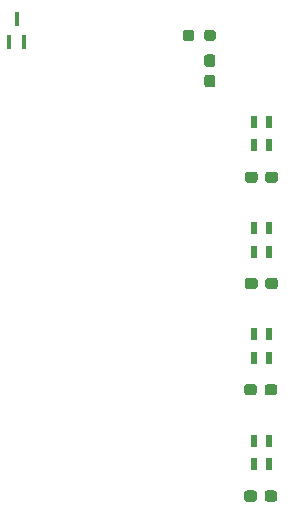
<source format=gbr>
G04 #@! TF.GenerationSoftware,KiCad,Pcbnew,(5.1.7)-1*
G04 #@! TF.CreationDate,2020-12-30T19:43:10-05:00*
G04 #@! TF.ProjectId,snowflake,736e6f77-666c-4616-9b65-2e6b69636164,rev?*
G04 #@! TF.SameCoordinates,Original*
G04 #@! TF.FileFunction,Paste,Top*
G04 #@! TF.FilePolarity,Positive*
%FSLAX46Y46*%
G04 Gerber Fmt 4.6, Leading zero omitted, Abs format (unit mm)*
G04 Created by KiCad (PCBNEW (5.1.7)-1) date 2020-12-30 19:43:10*
%MOMM*%
%LPD*%
G01*
G04 APERTURE LIST*
%ADD10R,0.355600X1.168400*%
%ADD11R,0.600000X1.000000*%
G04 APERTURE END LIST*
G36*
G01*
X224362500Y-89025000D02*
X224837500Y-89025000D01*
G75*
G02*
X225075000Y-89262500I0J-237500D01*
G01*
X225075000Y-89862500D01*
G75*
G02*
X224837500Y-90100000I-237500J0D01*
G01*
X224362500Y-90100000D01*
G75*
G02*
X224125000Y-89862500I0J237500D01*
G01*
X224125000Y-89262500D01*
G75*
G02*
X224362500Y-89025000I237500J0D01*
G01*
G37*
G36*
G01*
X224362500Y-87300000D02*
X224837500Y-87300000D01*
G75*
G02*
X225075000Y-87537500I0J-237500D01*
G01*
X225075000Y-88137500D01*
G75*
G02*
X224837500Y-88375000I-237500J0D01*
G01*
X224362500Y-88375000D01*
G75*
G02*
X224125000Y-88137500I0J237500D01*
G01*
X224125000Y-87537500D01*
G75*
G02*
X224362500Y-87300000I237500J0D01*
G01*
G37*
D10*
X208249999Y-84334800D03*
X208899998Y-86265200D03*
X207600000Y-86265200D03*
G36*
G01*
X223275000Y-85462500D02*
X223275000Y-85937500D01*
G75*
G02*
X223037500Y-86175000I-237500J0D01*
G01*
X222537500Y-86175000D01*
G75*
G02*
X222300000Y-85937500I0J237500D01*
G01*
X222300000Y-85462500D01*
G75*
G02*
X222537500Y-85225000I237500J0D01*
G01*
X223037500Y-85225000D01*
G75*
G02*
X223275000Y-85462500I0J-237500D01*
G01*
G37*
G36*
G01*
X225100000Y-85462500D02*
X225100000Y-85937500D01*
G75*
G02*
X224862500Y-86175000I-237500J0D01*
G01*
X224362500Y-86175000D01*
G75*
G02*
X224125000Y-85937500I0J237500D01*
G01*
X224125000Y-85462500D01*
G75*
G02*
X224362500Y-85225000I237500J0D01*
G01*
X224862500Y-85225000D01*
G75*
G02*
X225100000Y-85462500I0J-237500D01*
G01*
G37*
D11*
X228325000Y-122000000D03*
X229625000Y-122000000D03*
X228325000Y-120000000D03*
X229625000Y-120000000D03*
X228325000Y-113000000D03*
X229625000Y-113000000D03*
X228325000Y-111000000D03*
X229625000Y-111000000D03*
X228325000Y-104000000D03*
X229625000Y-104000000D03*
X228325000Y-102000000D03*
X229625000Y-102000000D03*
X228325000Y-95000000D03*
X229625000Y-95000000D03*
X228325000Y-93000000D03*
X229625000Y-93000000D03*
G36*
G01*
X229237500Y-124937500D02*
X229237500Y-124462500D01*
G75*
G02*
X229475000Y-124225000I237500J0D01*
G01*
X230075000Y-124225000D01*
G75*
G02*
X230312500Y-124462500I0J-237500D01*
G01*
X230312500Y-124937500D01*
G75*
G02*
X230075000Y-125175000I-237500J0D01*
G01*
X229475000Y-125175000D01*
G75*
G02*
X229237500Y-124937500I0J237500D01*
G01*
G37*
G36*
G01*
X227512500Y-124937500D02*
X227512500Y-124462500D01*
G75*
G02*
X227750000Y-124225000I237500J0D01*
G01*
X228350000Y-124225000D01*
G75*
G02*
X228587500Y-124462500I0J-237500D01*
G01*
X228587500Y-124937500D01*
G75*
G02*
X228350000Y-125175000I-237500J0D01*
G01*
X227750000Y-125175000D01*
G75*
G02*
X227512500Y-124937500I0J237500D01*
G01*
G37*
G36*
G01*
X229237500Y-115937500D02*
X229237500Y-115462500D01*
G75*
G02*
X229475000Y-115225000I237500J0D01*
G01*
X230075000Y-115225000D01*
G75*
G02*
X230312500Y-115462500I0J-237500D01*
G01*
X230312500Y-115937500D01*
G75*
G02*
X230075000Y-116175000I-237500J0D01*
G01*
X229475000Y-116175000D01*
G75*
G02*
X229237500Y-115937500I0J237500D01*
G01*
G37*
G36*
G01*
X227512500Y-115937500D02*
X227512500Y-115462500D01*
G75*
G02*
X227750000Y-115225000I237500J0D01*
G01*
X228350000Y-115225000D01*
G75*
G02*
X228587500Y-115462500I0J-237500D01*
G01*
X228587500Y-115937500D01*
G75*
G02*
X228350000Y-116175000I-237500J0D01*
G01*
X227750000Y-116175000D01*
G75*
G02*
X227512500Y-115937500I0J237500D01*
G01*
G37*
G36*
G01*
X229300000Y-106937500D02*
X229300000Y-106462500D01*
G75*
G02*
X229537500Y-106225000I237500J0D01*
G01*
X230137500Y-106225000D01*
G75*
G02*
X230375000Y-106462500I0J-237500D01*
G01*
X230375000Y-106937500D01*
G75*
G02*
X230137500Y-107175000I-237500J0D01*
G01*
X229537500Y-107175000D01*
G75*
G02*
X229300000Y-106937500I0J237500D01*
G01*
G37*
G36*
G01*
X227575000Y-106937500D02*
X227575000Y-106462500D01*
G75*
G02*
X227812500Y-106225000I237500J0D01*
G01*
X228412500Y-106225000D01*
G75*
G02*
X228650000Y-106462500I0J-237500D01*
G01*
X228650000Y-106937500D01*
G75*
G02*
X228412500Y-107175000I-237500J0D01*
G01*
X227812500Y-107175000D01*
G75*
G02*
X227575000Y-106937500I0J237500D01*
G01*
G37*
G36*
G01*
X229300000Y-97937500D02*
X229300000Y-97462500D01*
G75*
G02*
X229537500Y-97225000I237500J0D01*
G01*
X230137500Y-97225000D01*
G75*
G02*
X230375000Y-97462500I0J-237500D01*
G01*
X230375000Y-97937500D01*
G75*
G02*
X230137500Y-98175000I-237500J0D01*
G01*
X229537500Y-98175000D01*
G75*
G02*
X229300000Y-97937500I0J237500D01*
G01*
G37*
G36*
G01*
X227575000Y-97937500D02*
X227575000Y-97462500D01*
G75*
G02*
X227812500Y-97225000I237500J0D01*
G01*
X228412500Y-97225000D01*
G75*
G02*
X228650000Y-97462500I0J-237500D01*
G01*
X228650000Y-97937500D01*
G75*
G02*
X228412500Y-98175000I-237500J0D01*
G01*
X227812500Y-98175000D01*
G75*
G02*
X227575000Y-97937500I0J237500D01*
G01*
G37*
M02*

</source>
